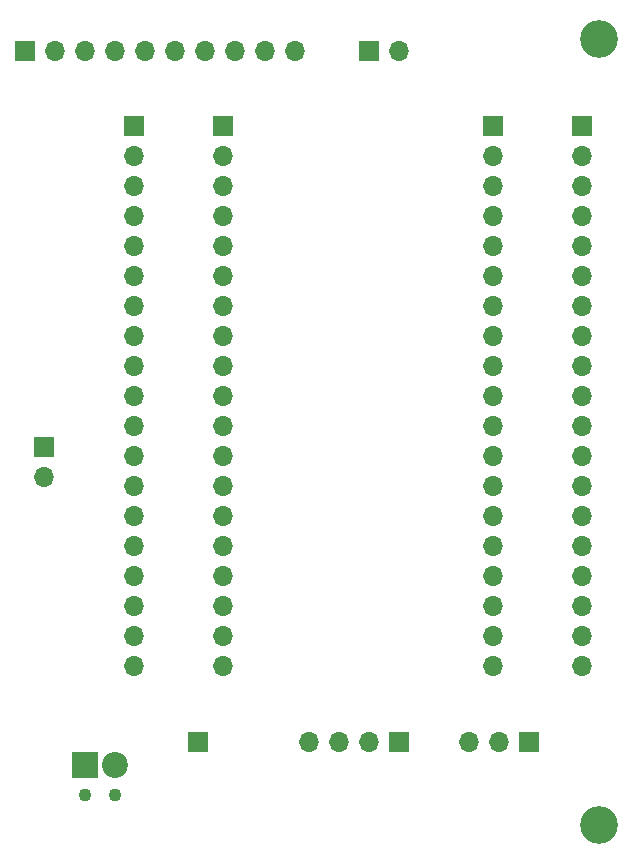
<source format=gbr>
%TF.GenerationSoftware,KiCad,Pcbnew,8.0.6*%
%TF.CreationDate,2025-09-05T14:44:54+02:00*%
%TF.ProjectId,wro-nyak,77726f2d-6e79-4616-9b2e-6b696361645f,rev?*%
%TF.SameCoordinates,Original*%
%TF.FileFunction,Soldermask,Top*%
%TF.FilePolarity,Negative*%
%FSLAX46Y46*%
G04 Gerber Fmt 4.6, Leading zero omitted, Abs format (unit mm)*
G04 Created by KiCad (PCBNEW 8.0.6) date 2025-09-05 14:44:54*
%MOMM*%
%LPD*%
G01*
G04 APERTURE LIST*
%ADD10C,3.200000*%
%ADD11C,1.100000*%
%ADD12R,2.200000X2.200000*%
%ADD13C,2.200000*%
%ADD14R,1.700000X1.700000*%
%ADD15O,1.700000X1.700000*%
G04 APERTURE END LIST*
D10*
%TO.C,H2*%
X69000000Y-85500000D03*
%TD*%
D11*
%TO.C,PSU1*%
X25460000Y-83040000D03*
X28000000Y-83040000D03*
D12*
X25460000Y-80500000D03*
D13*
X28000000Y-80500000D03*
%TD*%
D10*
%TO.C,H1*%
X69000000Y-19000000D03*
%TD*%
D14*
%TO.C,GYRO1*%
X20380000Y-20000000D03*
D15*
X22920000Y-20000000D03*
X25460000Y-20000000D03*
X28000000Y-20000000D03*
X30540000Y-20000000D03*
X33080000Y-20000000D03*
X35620000Y-20000000D03*
X38160000Y-20000000D03*
X40700000Y-20000000D03*
X43240000Y-20000000D03*
%TD*%
D14*
%TO.C,J8*%
X63040000Y-78500000D03*
D15*
X60500000Y-78500000D03*
X57960000Y-78500000D03*
%TD*%
D14*
%TO.C,J2*%
X60000000Y-26320000D03*
D15*
X60000000Y-28860000D03*
X60000000Y-31400000D03*
X60000000Y-33940000D03*
X60000000Y-36480000D03*
X60000000Y-39020000D03*
X60000000Y-41560000D03*
X60000000Y-44100000D03*
X60000000Y-46640000D03*
X60000000Y-49180000D03*
X60000000Y-51720000D03*
X60000000Y-54260000D03*
X60000000Y-56800000D03*
X60000000Y-59340000D03*
X60000000Y-61880000D03*
X60000000Y-64420000D03*
X60000000Y-66960000D03*
X60000000Y-69500000D03*
X60000000Y-72040000D03*
%TD*%
D14*
%TO.C,J5*%
X22000000Y-53500000D03*
D15*
X22000000Y-56040000D03*
%TD*%
D14*
%TO.C,J4*%
X67500000Y-26320000D03*
D15*
X67500000Y-28860000D03*
X67500000Y-31400000D03*
X67500000Y-33940000D03*
X67500000Y-36480000D03*
X67500000Y-39020000D03*
X67500000Y-41560000D03*
X67500000Y-44100000D03*
X67500000Y-46640000D03*
X67500000Y-49180000D03*
X67500000Y-51720000D03*
X67500000Y-54260000D03*
X67500000Y-56800000D03*
X67500000Y-59340000D03*
X67500000Y-61880000D03*
X67500000Y-64420000D03*
X67500000Y-66960000D03*
X67500000Y-69500000D03*
X67500000Y-72040000D03*
%TD*%
D14*
%TO.C,J3*%
X29640000Y-26320000D03*
D15*
X29640000Y-28860000D03*
X29640000Y-31400000D03*
X29640000Y-33940000D03*
X29640000Y-36480000D03*
X29640000Y-39020000D03*
X29640000Y-41560000D03*
X29640000Y-44100000D03*
X29640000Y-46640000D03*
X29640000Y-49180000D03*
X29640000Y-51720000D03*
X29640000Y-54260000D03*
X29640000Y-56800000D03*
X29640000Y-59340000D03*
X29640000Y-61880000D03*
X29640000Y-64420000D03*
X29640000Y-66960000D03*
X29640000Y-69500000D03*
X29640000Y-72040000D03*
%TD*%
D14*
%TO.C,J6*%
X49500000Y-20000000D03*
D15*
X52040000Y-20000000D03*
%TD*%
D14*
%TO.C,J1*%
X37140000Y-26320000D03*
D15*
X37140000Y-28860000D03*
X37140000Y-31400000D03*
X37140000Y-33940000D03*
X37140000Y-36480000D03*
X37140000Y-39020000D03*
X37140000Y-41560000D03*
X37140000Y-44100000D03*
X37140000Y-46640000D03*
X37140000Y-49180000D03*
X37140000Y-51720000D03*
X37140000Y-54260000D03*
X37140000Y-56800000D03*
X37140000Y-59340000D03*
X37140000Y-61880000D03*
X37140000Y-64420000D03*
X37140000Y-66960000D03*
X37140000Y-69500000D03*
X37140000Y-72040000D03*
%TD*%
D14*
%TO.C,J7*%
X52040000Y-78500000D03*
D15*
X49500000Y-78500000D03*
X46960000Y-78500000D03*
X44420000Y-78500000D03*
%TD*%
D14*
%TO.C,LIDAR1*%
X35000000Y-78500000D03*
%TD*%
M02*

</source>
